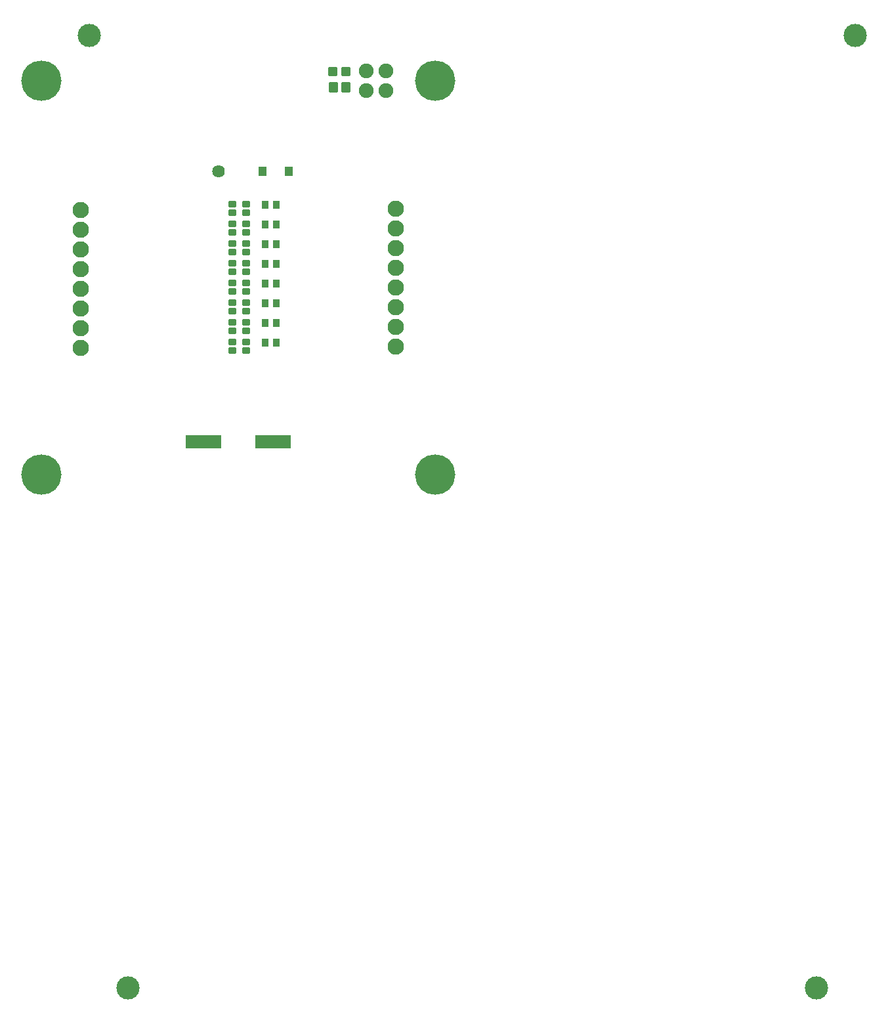
<source format=gts>
G04 Layer: TopSolderMaskLayer*
G04 Panelize: V-CUT, Column: 2, Row: 2, Board Size: 58.42mm x 58.42mm, Panelized Board Size: 118.84mm x 118.84mm*
G04 EasyEDA v6.5.32, 2023-07-25 17:18:32*
G04 beba70979ac64995a7ec55152f614d26,5a6b42c53f6a479593ecc07194224c93,10*
G04 Gerber Generator version 0.2*
G04 Scale: 100 percent, Rotated: No, Reflected: No *
G04 Dimensions in millimeters *
G04 leading zeros omitted , absolute positions ,4 integer and 5 decimal *
%FSLAX45Y45*%
%MOMM*%

%AMMACRO1*1,1,$1,$2,$3*1,1,$1,$4,$5*1,1,$1,0-$2,0-$3*1,1,$1,0-$4,0-$5*20,1,$1,$2,$3,$4,$5,0*20,1,$1,$4,$5,0-$2,0-$3,0*20,1,$1,0-$2,0-$3,0-$4,0-$5,0*20,1,$1,0-$4,0-$5,$2,$3,0*4,1,4,$2,$3,$4,$5,0-$2,0-$3,0-$4,0-$5,$2,$3,0*%
%ADD10MACRO1,0.1016X-0.45X0.35X0.45X0.35*%
%ADD11MACRO1,0.2032X0.5X-0.55X-0.5X-0.55*%
%ADD12MACRO1,0.2032X-0.45X-0.5X-0.45X0.5*%
%ADD13MACRO1,0.1016X-0.4X0.45X0.4X0.45*%
%ADD14MACRO1,0.1016X2.25X-0.825X-2.25X-0.825*%
%ADD15MACRO1,0.1016X-0.475X0.575X0.475X0.575*%
%ADD16C,5.2032*%
%ADD17C,2.1016*%
%ADD18C,1.9016*%
%ADD19C,1.6256*%
%ADD20C,3.0000*%

%LPD*%
D10*
G01*
X3025203Y3611003D03*
G01*
X2842196Y3611002D03*
G01*
X2842196Y3500995D03*
G01*
X3025203Y3500995D03*
G01*
X3025203Y3357003D03*
G01*
X2842196Y3357002D03*
G01*
X2842196Y3246995D03*
G01*
X3025203Y3246995D03*
G01*
X3025203Y3103003D03*
G01*
X2842196Y3103002D03*
G01*
X2842196Y2992995D03*
G01*
X3025203Y2992995D03*
G01*
X3025203Y2849003D03*
G01*
X2842196Y2849002D03*
G01*
X2842196Y2738995D03*
G01*
X3025203Y2738995D03*
G01*
X3025203Y2595003D03*
G01*
X2842196Y2595002D03*
G01*
X2842196Y2484995D03*
G01*
X3025203Y2484995D03*
G01*
X3025203Y2341003D03*
G01*
X2842196Y2341002D03*
G01*
X2842196Y2230995D03*
G01*
X3025203Y2230995D03*
G01*
X3025203Y2087003D03*
G01*
X2842196Y2087002D03*
G01*
X2842196Y1976995D03*
G01*
X3025203Y1976995D03*
G01*
X3025203Y3865003D03*
G01*
X2842196Y3865002D03*
G01*
X2842196Y3754995D03*
G01*
X3025203Y3754995D03*
D11*
G01*
X4149092Y5372100D03*
G01*
X4309097Y5372100D03*
D12*
G01*
X4144091Y5575292D03*
G01*
X4314090Y5575292D03*
D13*
G01*
X3410099Y3860800D03*
G01*
X3270100Y3860800D03*
G01*
X3410102Y3606797D03*
G01*
X3270102Y3606797D03*
G01*
X3410102Y3352797D03*
G01*
X3270102Y3352797D03*
G01*
X3410102Y3098797D03*
G01*
X3270102Y3098797D03*
G01*
X3410102Y2844797D03*
G01*
X3270102Y2844797D03*
G01*
X3410102Y2590797D03*
G01*
X3270102Y2590797D03*
G01*
X3410102Y2336797D03*
G01*
X3270102Y2336797D03*
G01*
X3410102Y2082797D03*
G01*
X3270102Y2082797D03*
D14*
G01*
X3370997Y800100D03*
G01*
X2471002Y800100D03*
D15*
G01*
X3572840Y4292600D03*
G01*
X3234359Y4292600D03*
D16*
G01*
X381000Y5461000D03*
G01*
X5461000Y5461000D03*
G01*
X5461000Y381000D03*
G01*
X381000Y381000D03*
D17*
G01*
X4956581Y2029205D03*
G01*
X4956581Y2283205D03*
G01*
X4956581Y2537205D03*
G01*
X4956581Y2791205D03*
G01*
X4956581Y3045205D03*
G01*
X4956581Y3299205D03*
G01*
X4956581Y3553205D03*
G01*
X4956581Y3807205D03*
G01*
X885418Y2017395D03*
G01*
X885418Y2271395D03*
G01*
X885418Y2525395D03*
G01*
X885418Y2779395D03*
G01*
X885418Y3033395D03*
G01*
X885418Y3287395D03*
G01*
X885418Y3541395D03*
G01*
X885418Y3795395D03*
D18*
G01*
X4826000Y5588000D03*
G01*
X4826000Y5334000D03*
G01*
X4572000Y5334000D03*
G01*
X4572000Y5588000D03*
D19*
G01*
X2667000Y4292600D03*
D20*
G01*
X999997Y6041999D03*
G01*
X10884001Y6041999D03*
G01*
X1499996Y-6241999D03*
G01*
X10384002Y-6241999D03*
M02*

</source>
